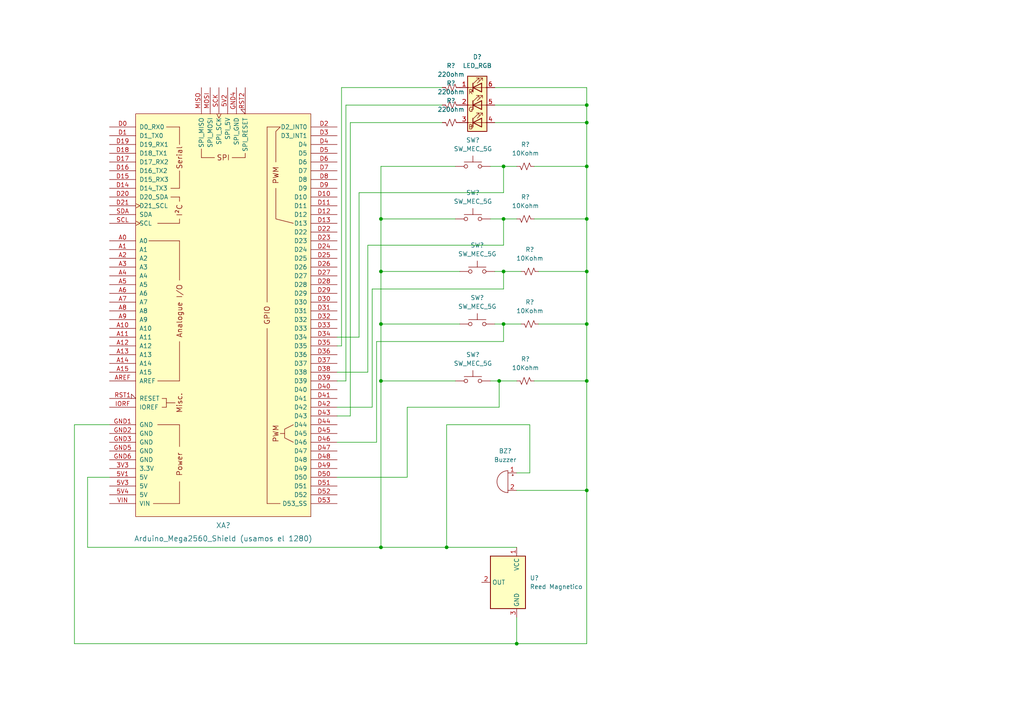
<source format=kicad_sch>
(kicad_sch (version 20211123) (generator eeschema)
  (paper "A4")
  (title_block (title "CANDADO") (date "2022-07-10"))
  (lib_symbols
    (symbol "Device:Buzzer" (pin_names (offset 0.0254) hide)
      (property "Reference" "BZ" (at 3.81 1.27 0))
      (property "Value" "Buzzer" (at 3.81 -1.27 0))
      (symbol "Buzzer_0_1"
        (arc (start 0 -3.175) (mid 3.175 0) (end 0 3.175))
        (polyline (pts (xy -1.651 1.905) (xy -1.143 1.905)))
        (polyline (pts (xy -1.397 2.159) (xy -1.397 1.651)))
        (polyline (pts (xy 0 3.175) (xy 0 -3.175)))
      )
      (symbol "Buzzer_1_1"
        (pin passive line (at -2.54 2.54 0) (length 2.54) (name "-") (number "1"))
        (pin passive line (at -2.54 -2.54 0) (length 2.54) (name "+") (number "2"))
      )
    )
    (symbol "Device:LED_RGB" (pin_names (offset 0) hide)
      (property "Reference" "D" (at 0 9.398 0))
      (property "Value" "LED_RGB" (at 0 -8.89 0))
      (symbol "LED_RGB_0_0"
        (text "B" (at -1.905 -6.35 0) (effects (font (size 1.27 1.27))))
        (text "G" (at -1.905 -1.27 0) (effects (font (size 1.27 1.27))))
        (text "R" (at -1.905 3.81 0) (effects (font (size 1.27 1.27))))
      )
      (symbol "LED_RGB_0_1"
        (polyline (pts (xy -1.27 -5.08) (xy -2.54 -5.08)))
        (polyline (pts (xy -1.27 -5.08) (xy 1.27 -5.08)))
        (polyline (pts (xy -1.27 -3.81) (xy -1.27 -6.35)) (stroke (width 0.254)))
        (polyline (pts (xy -1.27 0) (xy -2.54 0)))
        (polyline (pts (xy -1.27 1.27) (xy -1.27 -1.27)) (stroke (width 0.254)))
        (polyline (pts (xy -1.27 5.08) (xy -2.54 5.08)))
        (polyline (pts (xy -1.27 5.08) (xy 1.27 5.08)))
        (polyline (pts (xy -1.27 6.35) (xy -1.27 3.81)) (stroke (width 0.254)))
        (polyline (pts (xy 1.27 -5.08) (xy 2.54 -5.08)))
        (polyline (pts (xy 1.27 0) (xy -1.27 0)))
        (polyline (pts (xy 1.27 0) (xy 2.54 0)))
        (polyline (pts (xy 1.27 5.08) (xy 2.54 5.08)))
        (polyline (pts (xy -1.27 1.27) (xy -1.27 -1.27) (xy -1.27 -1.27)))
        (polyline (pts (xy -1.27 6.35) (xy -1.27 3.81) (xy -1.27 3.81)))
        (polyline (pts (xy 1.27 -3.81) (xy 1.27 -6.35) (xy -1.27 -5.08) (xy 1.27 -3.81)) (stroke (width 0.254)))
        (polyline (pts (xy 1.27 1.27) (xy 1.27 -1.27) (xy -1.27 0) (xy 1.27 1.27)) (stroke (width 0.254)))
        (polyline (pts (xy 1.27 6.35) (xy 1.27 3.81) (xy -1.27 5.08) (xy 1.27 6.35)) (stroke (width 0.254)))
        (polyline (pts (xy -1.016 -3.81) (xy 0.508 -2.286) (xy -0.254 -2.286) (xy 0.508 -2.286) (xy 0.508 -3.048)))
        (polyline (pts (xy -1.016 1.27) (xy 0.508 2.794) (xy -0.254 2.794) (xy 0.508 2.794) (xy 0.508 2.032)))
        (polyline (pts (xy -1.016 6.35) (xy 0.508 7.874) (xy -0.254 7.874) (xy 0.508 7.874) (xy 0.508 7.112)))
        (polyline (pts (xy 0 -3.81) (xy 1.524 -2.286) (xy 0.762 -2.286) (xy 1.524 -2.286) (xy 1.524 -3.048)))
        (polyline (pts (xy 0 1.27) (xy 1.524 2.794) (xy 0.762 2.794) (xy 1.524 2.794) (xy 1.524 2.032)))
        (polyline (pts (xy 0 6.35) (xy 1.524 7.874) (xy 0.762 7.874) (xy 1.524 7.874) (xy 1.524 7.112)))
        (rectangle (start 1.27 -1.27) (end 1.27 1.27))
        (rectangle (start 1.27 1.27) (end 1.27 1.27))
        (rectangle (start 1.27 3.81) (end 1.27 6.35))
        (rectangle (start 1.27 6.35) (end 1.27 6.35))
        (rectangle (start 2.794 8.382) (end -2.794 -7.62) (stroke (width 0.254)) (fill (type background)))
      )
      (symbol "LED_RGB_1_1"
        (pin passive line (at -5.08 5.08 0) (length 2.54) (name "RK") (number "1"))
        (pin passive line (at -5.08 0 0) (length 2.54) (name "GK") (number "2"))
        (pin passive line (at -5.08 -5.08 0) (length 2.54) (name "BK") (number "3"))
        (pin passive line (at 5.08 -5.08 180) (length 2.54) (name "BA") (number "4"))
        (pin passive line (at 5.08 0 180) (length 2.54) (name "GA") (number "5"))
        (pin passive line (at 5.08 5.08 180) (length 2.54) (name "RA") (number "6"))
      )
    )
    (symbol "Device:R_Small_US" (pin_numbers hide) (pin_names (offset 0.254) hide)
      (property "Reference" "R" (at 0.762 0.508 0))
      (property "Value" "R_Small_US" (at 0.762 -1.016 0))
      (symbol "R_Small_US_1_1"
        (polyline (pts (xy 0 0) (xy 1.016 -0.381) (xy 0 -0.762) (xy -1.016 -1.143) (xy 0 -1.524)))
        (polyline (pts (xy 0 1.524) (xy 1.016 1.143) (xy 0 0.762) (xy -1.016 0.381) (xy 0 0)))
        (pin passive line (at 0 2.54 270) (length 1.016) (name "~") (number "1"))
        (pin passive line (at 0 -2.54 90) (length 1.016) (name "~") (number "2"))
      )
    )
    (symbol "Sensor_Magnetic:DRV5033AJxDBZ"
      (property "Reference" "U" (at 2.54 12.7 0))
      (property "Value" "DRV5033AJxDBZ" (at 2.54 10.16 0))
      (symbol "DRV5033AJxDBZ_1_1"
        (rectangle (start -5.08 7.62) (end 5.08 -7.62) (stroke (width 0.254)) (fill (type background)))
        (pin power_in line (at -2.54 10.16 270) (length 2.54) (name "VCC") (number "1"))
        (pin output line (at 7.62 0 180) (length 2.54) (name "OUT") (number "2"))
        (pin power_in line (at -2.54 -10.16 90) (length 2.54) (name "GND") (number "3"))
      )
    )
    (symbol "Switch:SW_MEC_5G" (pin_numbers hide) (pin_names (offset 1.016) hide)
      (property "Reference" "SW" (at 1.27 2.54 0))
      (property "Value" "SW_MEC_5G" (at 0 -1.524 0))
      (symbol "SW_MEC_5G_0_1"
        (circle (center -2.032 0) (radius 0.508))
        (polyline (pts (xy 0 1.27) (xy 0 3.048)))
        (polyline (pts (xy 2.54 1.27) (xy -2.54 1.27)))
        (circle (center 2.032 0) (radius 0.508))
        (pin passive line (at -5.08 0 0) (length 2.54) (name "A") (number "1"))
        (pin passive line (at 5.08 0 180) (length 2.54) (name "B") (number "3"))
      )
      (symbol "SW_MEC_5G_1_1"
        (pin passive line (at -5.08 0 0) (length 2.54) hide (name "A") (number "2"))
        (pin passive line (at 5.08 0 180) (length 2.54) hide (name "B") (number "4"))
      )
    )
    (symbol "arduino:Arduino_Mega2560_Shield" (pin_names (offset 1.016))
      (property "Reference" "XA" (at 2.54 0 90))
      (property "Value" "Arduino_Mega2560_Shield" (at -2.54 0 90))
      (symbol "Arduino_Mega2560_Shield_0_0"
        (rectangle (start -25.4 -58.42) (end 25.4 58.42) (fill (type background)))
        (rectangle (start -20.32 -54.61) (end -12.7 -54.61))
        (rectangle (start -19.05 -31.75) (end -12.7 -31.75))
        (rectangle (start -19.05 -19.05) (end -12.7 -19.05))
        (rectangle (start -19.05 26.67) (end -12.7 26.67))
        (rectangle (start -17.78 -26.67) (end -16.51 -26.67))
        (rectangle (start -17.78 -24.13) (end -16.51 -24.13))
        (rectangle (start -16.51 -25.4) (end -13.97 -25.4))
        (rectangle (start -16.51 -24.13) (end -16.51 -26.67))
        (rectangle (start -16.51 54.61) (end -12.7 54.61))
        (rectangle (start -15.24 34.29) (end -12.7 34.29))
        (rectangle (start -15.24 36.83) (end -12.7 36.83))
        (rectangle (start -12.7 -54.61) (end -12.7 -48.26))
        (rectangle (start -12.7 -31.75) (end -12.7 -38.1))
        (rectangle (start -12.7 26.67) (end -12.7 27.94))
        (rectangle (start -12.7 34.29) (end -12.7 33.02))
        (rectangle (start -12.7 41.91) (end -12.7 36.83))
        (rectangle (start -12.7 49.53) (end -12.7 54.61))
        (rectangle (start -6.35 48.26) (end -6.35 45.72))
        (rectangle (start -2.54 45.72) (end -6.35 45.72))
        (polyline (pts (xy -21.59 21.59) (xy -12.7 21.59)))
        (polyline (pts (xy -12.7 -19.05) (xy -12.7 -7.62)))
        (polyline (pts (xy -12.7 10.16) (xy -12.7 21.59)))
        (polyline (pts (xy 12.7 -54.61) (xy 16.51 -54.61)))
        (polyline (pts (xy 12.7 54.61) (xy 16.51 54.61)))
        (polyline (pts (xy 17.78 -34.29) (xy 16.51 -34.29)))
        (polyline (pts (xy 15.24 36.83) (xy 15.24 27.94) (xy 20.32 26.67)))
        (polyline (pts (xy 15.24 44.45) (xy 15.24 53.34) (xy 16.51 54.61)))
        (polyline (pts (xy 20.32 -31.75) (xy 17.78 -33.02) (xy 17.78 -35.56) (xy 20.32 -36.83)))
        (rectangle (start 6.35 45.72) (end 2.54 45.72))
        (rectangle (start 6.35 46.99) (end 6.35 45.72))
        (text "Analogue I/O" (at -12.7 1.27 900) (effects (font (size 1.524 1.524))))
        (text "I²C" (at -12.7 30.48 900) (effects (font (size 1.524 1.524))))
        (text "Misc." (at -12.7 -25.4 900) (effects (font (size 1.524 1.524))))
        (text "Power" (at -12.7 -43.18 900) (effects (font (size 1.524 1.524))))
        (text "PWM" (at 15.24 -34.29 900) (effects (font (size 1.524 1.524))))
        (text "PWM" (at 15.24 40.64 900) (effects (font (size 1.524 1.524))))
        (text "Serial" (at -12.7 45.72 900) (effects (font (size 1.524 1.524))))
        (text "SPI" (at 0 45.72 0) (effects (font (size 1.524 1.524))))
      )
      (symbol "Arduino_Mega2560_Shield_1_0"
        (rectangle (start 12.7 -54.61) (end 12.7 -3.81))
        (rectangle (start 12.7 54.61) (end 12.7 3.81))
        (text "GPIO" (at 12.7 0 900) (effects (font (size 1.524 1.524))))
      )
      (symbol "Arduino_Mega2560_Shield_1_1"
        (pin power_in line (at -33.02 -44.45 0) (length 7.62) (name "3.3V") (number "3V3"))
        (pin power_in line (at -33.02 -46.99 0) (length 7.62) (name "5V") (number "5V1"))
        (pin power_in line (at 1.27 66.04 270) (length 7.62) (name "SPI_5V") (number "5V2"))
        (pin power_in line (at -33.02 -49.53 0) (length 7.62) (name "5V") (number "5V3"))
        (pin power_in line (at -33.02 -52.07 0) (length 7.62) (name "5V") (number "5V4"))
        (pin bidirectional line (at -33.02 21.59 0) (length 7.62) (name "A0") (number "A0"))
        (pin bidirectional line (at -33.02 19.05 0) (length 7.62) (name "A1") (number "A1"))
        (pin bidirectional line (at -33.02 -3.81 0) (length 7.62) (name "A10") (number "A10"))
        (pin bidirectional line (at -33.02 -6.35 0) (length 7.62) (name "A11") (number "A11"))
        (pin bidirectional line (at -33.02 -8.89 0) (length 7.62) (name "A12") (number "A12"))
        (pin bidirectional line (at -33.02 -11.43 0) (length 7.62) (name "A13") (number "A13"))
        (pin bidirectional line (at -33.02 -13.97 0) (length 7.62) (name "A14") (number "A14"))
        (pin bidirectional line (at -33.02 -16.51 0) (length 7.62) (name "A15") (number "A15"))
        (pin bidirectional line (at -33.02 16.51 0) (length 7.62) (name "A2") (number "A2"))
        (pin bidirectional line (at -33.02 13.97 0) (length 7.62) (name "A3") (number "A3"))
        (pin bidirectional line (at -33.02 11.43 0) (length 7.62) (name "A4") (number "A4"))
        (pin bidirectional line (at -33.02 8.89 0) (length 7.62) (name "A5") (number "A5"))
        (pin bidirectional line (at -33.02 6.35 0) (length 7.62) (name "A6") (number "A6"))
        (pin bidirectional line (at -33.02 3.81 0) (length 7.62) (name "A7") (number "A7"))
        (pin bidirectional line (at -33.02 1.27 0) (length 7.62) (name "A8") (number "A8"))
        (pin bidirectional line (at -33.02 -1.27 0) (length 7.62) (name "A9") (number "A9"))
        (pin input line (at -33.02 -19.05 0) (length 7.62) (name "AREF") (number "AREF"))
        (pin bidirectional line (at -33.02 54.61 0) (length 7.62) (name "D0_RX0") (number "D0"))
        (pin bidirectional line (at -33.02 52.07 0) (length 7.62) (name "D1_TX0") (number "D1"))
        (pin bidirectional line (at 33.02 34.29 180) (length 7.62) (name "D10") (number "D10"))
        (pin bidirectional line (at 33.02 31.75 180) (length 7.62) (name "D11") (number "D11"))
        (pin bidirectional line (at 33.02 29.21 180) (length 7.62) (name "D12") (number "D12"))
        (pin bidirectional line (at 33.02 26.67 180) (length 7.62) (name "D13") (number "D13"))
        (pin bidirectional line (at -33.02 36.83 0) (length 7.62) (name "D14_TX3") (number "D14"))
        (pin bidirectional line (at -33.02 39.37 0) (length 7.62) (name "D15_RX3") (number "D15"))
        (pin bidirectional line (at -33.02 41.91 0) (length 7.62) (name "D16_TX2") (number "D16"))
        (pin bidirectional line (at -33.02 44.45 0) (length 7.62) (name "D17_RX2") (number "D17"))
        (pin bidirectional line (at -33.02 46.99 0) (length 7.62) (name "D18_TX1") (number "D18"))
        (pin bidirectional line (at -33.02 49.53 0) (length 7.62) (name "D19_RX1") (number "D19"))
        (pin bidirectional line (at 33.02 54.61 180) (length 7.62) (name "D2_INT0") (number "D2"))
        (pin bidirectional line (at -33.02 34.29 0) (length 7.62) (name "D20_SDA") (number "D20"))
        (pin bidirectional clock (at -33.02 31.75 0) (length 7.62) (name "D21_SCL") (number "D21"))
        (pin bidirectional line (at 33.02 24.13 180) (length 7.62) (name "D22") (number "D22"))
        (pin bidirectional line (at 33.02 21.59 180) (length 7.62) (name "D23") (number "D23"))
        (pin bidirectional line (at 33.02 19.05 180) (length 7.62) (name "D24") (number "D24"))
        (pin bidirectional line (at 33.02 16.51 180) (length 7.62) (name "D25") (number "D25"))
        (pin bidirectional line (at 33.02 13.97 180) (length 7.62) (name "D26") (number "D26"))
        (pin bidirectional line (at 33.02 11.43 180) (length 7.62) (name "D27") (number "D27"))
        (pin bidirectional line (at 33.02 8.89 180) (length 7.62) (name "D28") (number "D28"))
        (pin bidirectional line (at 33.02 6.35 180) (length 7.62) (name "D29") (number "D29"))
        (pin bidirectional line (at 33.02 52.07 180) (length 7.62) (name "D3_INT1") (number "D3"))
        (pin bidirectional line (at 33.02 3.81 180) (length 7.62) (name "D30") (number "D30"))
        (pin bidirectional line (at 33.02 1.27 180) (length 7.62) (name "D31") (number "D31"))
        (pin bidirectional line (at 33.02 -1.27 180) (length 7.62) (name "D32") (number "D32"))
        (pin bidirectional line (at 33.02 -3.81 180) (length 7.62) (name "D33") (number "D33"))
        (pin bidirectional line (at 33.02 -6.35 180) (length 7.62) (name "D34") (number "D34"))
        (pin bidirectional line (at 33.02 -8.89 180) (length 7.62) (name "D35") (number "D35"))
        (pin bidirectional line (at 33.02 -11.43 180) (length 7.62) (name "D36") (number "D36"))
        (pin bidirectional line (at 33.02 -13.97 180) (length 7.62) (name "D37") (number "D37"))
        (pin bidirectional line (at 33.02 -16.51 180) (length 7.62) (name "D38") (number "D38"))
        (pin bidirectional line (at 33.02 -19.05 180) (length 7.62) (name "D39") (number "D39"))
        (pin bidirectional line (at 33.02 49.53 180) (length 7.62) (name "D4") (number "D4"))
        (pin bidirectional line (at 33.02 -21.59 180) (length 7.62) (name "D40") (number "D40"))
        (pin bidirectional line (at 33.02 -24.13 180) (length 7.62) (name "D41") (number "D41"))
        (pin bidirectional line (at 33.02 -26.67 180) (length 7.62) (name "D42") (number "D42"))
        (pin bidirectional line (at 33.02 -29.21 180) (length 7.62) (name "D43") (number "D43"))
        (pin bidirectional line (at 33.02 -31.75 180) (length 7.62) (name "D44") (number "D44"))
        (pin bidirectional line (at 33.02 -34.29 180) (length 7.62) (name "D45") (number "D45"))
        (pin bidirectional line (at 33.02 -36.83 180) (length 7.62) (name "D46") (number "D46"))
        (pin bidirectional line (at 33.02 -39.37 180) (length 7.62) (name "D47") (number "D47"))
        (pin bidirectional line (at 33.02 -41.91 180) (length 7.62) (name "D48") (number "D48"))
        (pin bidirectional line (at 33.02 -44.45 180) (length 7.62) (name "D49") (number "D49"))
        (pin bidirectional line (at 33.02 46.99 180) (length 7.62) (name "D5") (number "D5"))
        (pin bidirectional line (at 33.02 -46.99 180) (length 7.62) (name "D50") (number "D50"))
        (pin bidirectional line (at 33.02 -49.53 180) (length 7.62) (name "D51") (number "D51"))
        (pin bidirectional line (at 33.02 -52.07 180) (length 7.62) (name "D52") (number "D52"))
        (pin bidirectional line (at 33.02 -54.61 180) (length 7.62) (name "D53_SS") (number "D53"))
        (pin bidirectional line (at 33.02 44.45 180) (length 7.62) (name "D6") (number "D6"))
        (pin bidirectional line (at 33.02 41.91 180) (length 7.62) (name "D7") (number "D7"))
        (pin bidirectional line (at 33.02 39.37 180) (length 7.62) (name "D8") (number "D8"))
        (pin bidirectional line (at 33.02 36.83 180) (length 7.62) (name "D9") (number "D9"))
        (pin power_in line (at -33.02 -31.75 0) (length 7.62) (name "GND") (number "GND1"))
        (pin power_in line (at -33.02 -34.29 0) (length 7.62) (name "GND") (number "GND2"))
        (pin power_in line (at -33.02 -36.83 0) (length 7.62) (name "GND") (number "GND3"))
        (pin power_in line (at 3.81 66.04 270) (length 7.62) (name "SPI_GND") (number "GND4"))
        (pin power_in line (at -33.02 -39.37 0) (length 7.62) (name "GND") (number "GND5"))
        (pin power_in line (at -33.02 -41.91 0) (length 7.62) (name "GND") (number "GND6"))
        (pin output line (at -33.02 -26.67 0) (length 7.62) (name "IOREF") (number "IORF"))
        (pin input line (at -6.35 66.04 270) (length 7.62) (name "SPI_MISO") (number "MISO"))
        (pin output line (at -3.81 66.04 270) (length 7.62) (name "SPI_MOSI") (number "MOSI"))
        (pin open_collector input_low (at -33.02 -24.13 0) (length 7.62) (name "RESET") (number "RST1"))
        (pin open_collector input_low (at 6.35 66.04 270) (length 7.62) (name "SPI_RESET") (number "RST2"))
        (pin output clock (at -1.27 66.04 270) (length 7.62) (name "SPI_SCK") (number "SCK"))
        (pin bidirectional clock (at -33.02 26.67 0) (length 7.62) (name "SCL") (number "SCL"))
        (pin bidirectional line (at -33.02 29.21 0) (length 7.62) (name "SDA") (number "SDA"))
        (pin power_in line (at -33.02 -54.61 0) (length 7.62) (name "VIN") (number "VIN"))
      )
    )
  )
  (junction (at 110.49 63.5))
  (junction (at 146.05 78.74))
  (junction (at 146.05 63.5))
  (junction (at 170.18 142.24))
  (junction (at 110.49 110.49))
  (junction (at 170.18 110.49))
  (junction (at 170.18 35.56))
  (junction (at 170.18 93.98))
  (junction (at 170.18 63.5))
  (junction (at 146.05 48.26))
  (junction (at 170.18 78.74))
  (junction (at 144.78 110.49))
  (junction (at 170.18 48.26))
  (junction (at 170.18 30.48))
  (junction (at 110.49 158.75))
  (junction (at 110.49 78.74))
  (junction (at 129.54 158.75))
  (junction (at 110.49 93.98))
  (junction (at 149.86 186.69))
  (junction (at 146.05 93.98))
  (wire (pts (xy 25.4 158.75) (xy 110.49 158.75)))
  (wire (pts (xy 110.49 63.5) (xy 110.49 78.74)))
  (wire (pts (xy 106.68 107.95) (xy 97.79 107.95)))
  (wire (pts (xy 170.18 78.74) (xy 170.18 93.98)))
  (wire (pts (xy 146.05 71.12) (xy 106.68 71.12)))
  (wire (pts (xy 97.79 120.65) (xy 101.6 120.65)))
  (wire (pts (xy 129.54 123.19) (xy 129.54 158.75)))
  (wire (pts (xy 110.49 48.26) (xy 110.49 63.5)))
  (wire (pts (xy 100.33 110.49) (xy 97.79 110.49)))
  (wire (pts (xy 110.49 158.75) (xy 129.54 158.75)))
  (wire (pts (xy 128.27 25.4) (xy 99.06 25.4)))
  (wire (pts (xy 128.27 35.56) (xy 101.6 35.56)))
  (wire (pts (xy 144.78 110.49) (xy 144.78 118.11)))
  (wire (pts (xy 106.68 71.12) (xy 106.68 107.95)))
  (wire (pts (xy 144.78 118.11) (xy 118.11 118.11)))
  (wire (pts (xy 110.49 110.49) (xy 110.49 158.75)))
  (wire (pts (xy 143.51 25.4) (xy 170.18 25.4)))
  (wire (pts (xy 149.86 179.07) (xy 149.86 186.69)))
  (wire (pts (xy 156.21 78.74) (xy 170.18 78.74)))
  (wire (pts (xy 149.86 137.16) (xy 153.67 137.16)))
  (wire (pts (xy 170.18 30.48) (xy 170.18 35.56)))
  (wire (pts (xy 146.05 93.98) (xy 146.05 99.06)))
  (wire (pts (xy 146.05 48.26) (xy 149.86 48.26)))
  (wire (pts (xy 146.05 78.74) (xy 146.05 83.82)))
  (wire (pts (xy 107.95 118.11) (xy 97.79 118.11)))
  (wire (pts (xy 21.59 186.69) (xy 21.59 123.19)))
  (wire (pts (xy 149.86 186.69) (xy 21.59 186.69)))
  (wire (pts (xy 110.49 93.98) (xy 110.49 110.49)))
  (wire (pts (xy 129.54 158.75) (xy 149.86 158.75)))
  (wire (pts (xy 170.18 63.5) (xy 170.18 78.74)))
  (wire (pts (xy 146.05 99.06) (xy 109.22 99.06)))
  (wire (pts (xy 107.95 83.82) (xy 107.95 118.11)))
  (wire (pts (xy 132.08 63.5) (xy 110.49 63.5)))
  (wire (pts (xy 170.18 142.24) (xy 170.18 186.69)))
  (wire (pts (xy 146.05 78.74) (xy 151.13 78.74)))
  (wire (pts (xy 146.05 48.26) (xy 146.05 55.88)))
  (wire (pts (xy 104.14 97.79) (xy 97.79 97.79)))
  (wire (pts (xy 109.22 99.06) (xy 109.22 128.27)))
  (wire (pts (xy 170.18 48.26) (xy 170.18 63.5)))
  (wire (pts (xy 146.05 63.5) (xy 149.86 63.5)))
  (wire (pts (xy 143.51 78.74) (xy 146.05 78.74)))
  (wire (pts (xy 146.05 55.88) (xy 104.14 55.88)))
  (wire (pts (xy 143.51 35.56) (xy 170.18 35.56)))
  (wire (pts (xy 154.94 63.5) (xy 170.18 63.5)))
  (wire (pts (xy 154.94 48.26) (xy 170.18 48.26)))
  (wire (pts (xy 110.49 78.74) (xy 110.49 93.98)))
  (wire (pts (xy 143.51 30.48) (xy 170.18 30.48)))
  (wire (pts (xy 170.18 35.56) (xy 170.18 48.26)))
  (wire (pts (xy 156.21 93.98) (xy 170.18 93.98)))
  (wire (pts (xy 146.05 63.5) (xy 146.05 71.12)))
  (wire (pts (xy 143.51 93.98) (xy 146.05 93.98)))
  (wire (pts (xy 142.24 48.26) (xy 146.05 48.26)))
  (wire (pts (xy 133.35 78.74) (xy 110.49 78.74)))
  (wire (pts (xy 170.18 186.69) (xy 149.86 186.69)))
  (wire (pts (xy 144.78 110.49) (xy 149.86 110.49)))
  (wire (pts (xy 132.08 48.26) (xy 110.49 48.26)))
  (wire (pts (xy 153.67 123.19) (xy 129.54 123.19)))
  (wire (pts (xy 128.27 30.48) (xy 100.33 30.48)))
  (wire (pts (xy 99.06 25.4) (xy 99.06 100.33)))
  (wire (pts (xy 142.24 110.49) (xy 144.78 110.49)))
  (wire (pts (xy 104.14 55.88) (xy 104.14 97.79)))
  (wire (pts (xy 99.06 100.33) (xy 97.79 100.33)))
  (wire (pts (xy 153.67 137.16) (xy 153.67 123.19)))
  (wire (pts (xy 101.6 35.56) (xy 101.6 120.65)))
  (wire (pts (xy 118.11 138.43) (xy 97.79 138.43)))
  (wire (pts (xy 146.05 93.98) (xy 151.13 93.98)))
  (wire (pts (xy 21.59 123.19) (xy 31.75 123.19)))
  (wire (pts (xy 118.11 118.11) (xy 118.11 138.43)))
  (wire (pts (xy 146.05 83.82) (xy 107.95 83.82)))
  (wire (pts (xy 109.22 128.27) (xy 97.79 128.27)))
  (wire (pts (xy 170.18 93.98) (xy 170.18 110.49)))
  (wire (pts (xy 149.86 142.24) (xy 170.18 142.24)))
  (wire (pts (xy 154.94 110.49) (xy 170.18 110.49)))
  (wire (pts (xy 142.24 63.5) (xy 146.05 63.5)))
  (wire (pts (xy 170.18 110.49) (xy 170.18 142.24)))
  (wire (pts (xy 132.08 110.49) (xy 110.49 110.49)))
  (wire (pts (xy 25.4 138.43) (xy 25.4 158.75)))
  (wire (pts (xy 170.18 25.4) (xy 170.18 30.48)))
  (wire (pts (xy 31.75 138.43) (xy 25.4 138.43)))
  (wire (pts (xy 100.33 30.48) (xy 100.33 110.49)))
  (wire (pts (xy 133.35 93.98) (xy 110.49 93.98)))
  (symbol (lib_id "arduino:Arduino_Mega2560_Shield") (at 64.77 91.44 0) (unit 1)
    (property "Reference" "XA?" (at 64.77 152.4 0) (effects (font (size 1.524 1.524))))
    (property "Value" "Arduino_Mega2560_Shield (usamos el 1280)" (at 64.77 156.21 0) (effects (font (size 1.524 1.524))))
    (property "Datasheet" "https://store.arduino.cc/arduino-mega-2560-rev3" (effects hide))
  )
  (symbol (lib_id "Device:R_Small_US") (at 130.81 35.56 270) (mirror x) (unit 1)
    (property "Reference" "R?" (at 130.81 29.21 90))
    (property "Value" "220ohm" (at 130.81 31.75 90))
  )
  (symbol (lib_id "Device:R_Small_US") (at 153.67 78.74 270) (mirror x) (unit 1)
    (property "Reference" "R?" (at 153.67 72.39 90))
    (property "Value" "10Kohm" (at 153.67 74.93 90))
  )
  (symbol (lib_id "Device:R_Small_US") (at 130.81 30.48 270) (mirror x) (unit 1)
    (property "Reference" "R?" (at 130.81 24.13 90))
    (property "Value" "220ohm" (at 130.81 26.67 90))
  )
  (symbol (lib_id "Switch:SW_MEC_5G") (at 137.16 110.49 0) (unit 1)
    (property "Reference" "SW?" (at 137.16 102.87 0))
    (property "Value" "SW_MEC_5G" (at 137.16 105.41 0))
    (property "Datasheet" "http://www.apem.com/int/index.php?controller=attachment&id_attachment=488" (effects hide))
  )
  (symbol (lib_id "Device:R_Small_US") (at 153.67 93.98 270) (mirror x) (unit 1)
    (property "Reference" "R?" (at 153.67 87.63 90))
    (property "Value" "10Kohm" (at 153.67 90.17 90))
  )
  (symbol (lib_id "Sensor_Magnetic:DRV5033AJxDBZ") (at 147.32 168.91 0) (mirror y) (unit 1)
    (property "Reference" "U?" (at 153.67 167.6399 0) (effects (justify right)))
    (property "Value" "Reed Magnetico" (at 153.67 170.1799 0) (effects (justify right)))
    (property "Footprint" "Package_TO_SOT_SMD:SOT-23" (effects hide))
    (property "Datasheet" "https://www.ti.com/lit/ds/symlink/drv5033.pdf" (effects hide))
  )
  (symbol (lib_id "Device:R_Small_US") (at 152.4 48.26 270) (mirror x) (unit 1)
    (property "Reference" "R?" (at 152.4 41.91 90))
    (property "Value" "10Kohm" (at 152.4 44.45 90))
  )
  (symbol (lib_id "Switch:SW_MEC_5G") (at 137.16 63.5 0) (unit 1)
    (property "Reference" "SW?" (at 137.16 55.88 0))
    (property "Value" "SW_MEC_5G" (at 137.16 58.42 0))
    (property "Datasheet" "http://www.apem.com/int/index.php?controller=attachment&id_attachment=488" (effects hide))
  )
  (symbol (lib_id "Device:R_Small_US") (at 152.4 63.5 270) (mirror x) (unit 1)
    (property "Reference" "R?" (at 152.4 57.15 90))
    (property "Value" "10Kohm" (at 152.4 59.69 90))
  )
  (symbol (lib_id "Switch:SW_MEC_5G") (at 138.43 93.98 0) (unit 1)
    (property "Reference" "SW?" (at 138.43 86.36 0))
    (property "Value" "SW_MEC_5G" (at 138.43 88.9 0))
    (property "Datasheet" "http://www.apem.com/int/index.php?controller=attachment&id_attachment=488" (effects hide))
  )
  (symbol (lib_id "Device:R_Small_US") (at 152.4 110.49 270) (mirror x) (unit 1)
    (property "Reference" "R?" (at 152.4 104.14 90))
    (property "Value" "10Kohm" (at 152.4 106.68 90))
  )
  (symbol (lib_id "Switch:SW_MEC_5G") (at 137.16 48.26 0) (unit 1)
    (property "Reference" "SW?" (at 137.16 40.64 0))
    (property "Value" "SW_MEC_5G" (at 137.16 43.18 0))
    (property "Datasheet" "http://www.apem.com/int/index.php?controller=attachment&id_attachment=488" (effects hide))
  )
  (symbol (lib_id "Switch:SW_MEC_5G") (at 138.43 78.74 0) (unit 1)
    (property "Reference" "SW?" (at 138.43 71.12 0))
    (property "Value" "SW_MEC_5G" (at 138.43 73.66 0))
    (property "Datasheet" "http://www.apem.com/int/index.php?controller=attachment&id_attachment=488" (effects hide))
  )
  (symbol (lib_id "Device:R_Small_US") (at 130.81 25.4 270) (mirror x) (unit 1)
    (property "Reference" "R?" (at 130.81 19.05 90))
    (property "Value" "220ohm" (at 130.81 21.59 90))
  )
  (symbol (lib_id "Device:Buzzer") (at 147.32 139.7 0) (mirror y) (unit 1)
    (property "Reference" "BZ?" (at 146.558 130.81 0))
    (property "Value" "Buzzer" (at 146.558 133.35 0))
  )
  (symbol (lib_id "Device:LED_RGB") (at 138.43 30.48 0) (unit 1)
    (property "Reference" "D?" (at 138.43 16.51 0))
    (property "Value" "LED_RGB" (at 138.43 19.05 0))
  )
)
</source>
